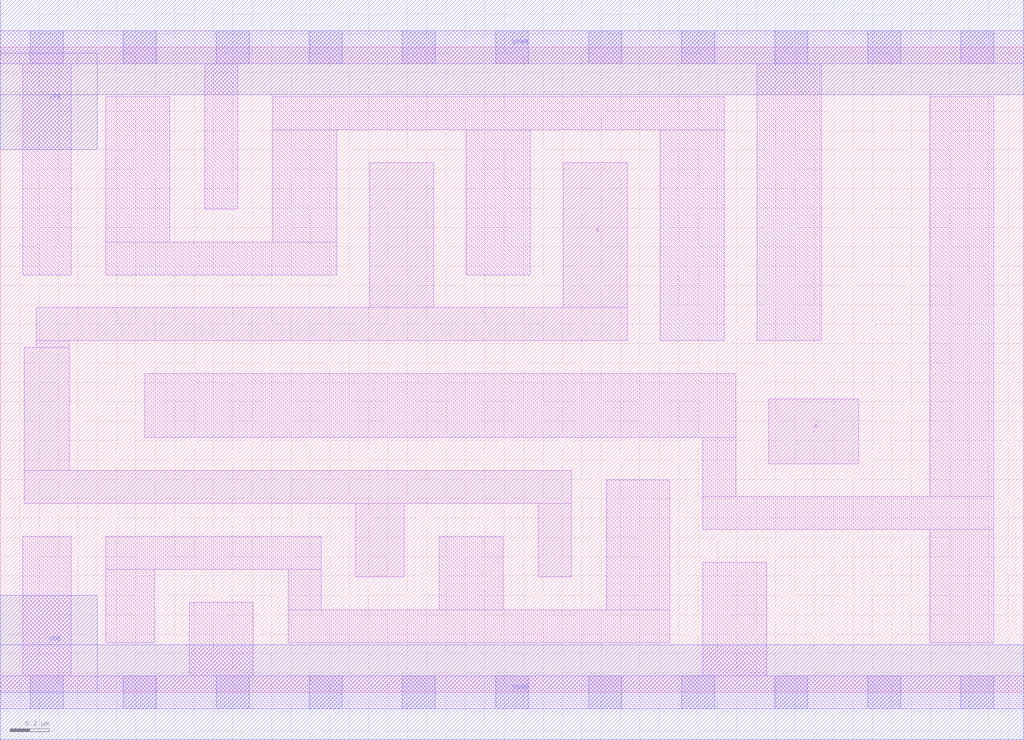
<source format=lef>
# Copyright 2020 The SkyWater PDK Authors
#
# Licensed under the Apache License, Version 2.0 (the "License");
# you may not use this file except in compliance with the License.
# You may obtain a copy of the License at
#
#     https://www.apache.org/licenses/LICENSE-2.0
#
# Unless required by applicable law or agreed to in writing, software
# distributed under the License is distributed on an "AS IS" BASIS,
# WITHOUT WARRANTIES OR CONDITIONS OF ANY KIND, either express or implied.
# See the License for the specific language governing permissions and
# limitations under the License.
#
# SPDX-License-Identifier: Apache-2.0

VERSION 5.5 ;
NAMESCASESENSITIVE ON ;
BUSBITCHARS "[]" ;
DIVIDERCHAR "/" ;
MACRO sky130_fd_sc_lp__buflp_4
  CLASS CORE ;
  SOURCE USER ;
  ORIGIN  0.000000  0.000000 ;
  SIZE  5.280000 BY  3.330000 ;
  SYMMETRY X Y R90 ;
  SITE unit ;
  PIN A
    ANTENNAGATEAREA  0.630000 ;
    DIRECTION INPUT ;
    USE SIGNAL ;
    PORT
      LAYER li1 ;
        RECT 3.965000 1.180000 4.430000 1.515000 ;
    END
  END A
  PIN X
    ANTENNADIFFAREA  1.352400 ;
    DIRECTION OUTPUT ;
    USE SIGNAL ;
    PORT
      LAYER li1 ;
        RECT 0.125000 0.975000 2.945000 1.145000 ;
        RECT 0.125000 1.145000 0.355000 1.780000 ;
        RECT 0.185000 1.780000 0.355000 1.815000 ;
        RECT 0.185000 1.815000 3.235000 1.985000 ;
        RECT 1.835000 0.595000 2.085000 0.975000 ;
        RECT 1.905000 1.985000 2.235000 2.735000 ;
        RECT 2.775000 0.595000 2.945000 0.975000 ;
        RECT 2.905000 1.985000 3.235000 2.735000 ;
    END
  END X
  PIN VGND
    DIRECTION INOUT ;
    USE GROUND ;
    PORT
      LAYER met1 ;
        RECT 0.000000 -0.245000 5.280000 0.245000 ;
    END
  END VGND
  PIN VNB
    DIRECTION INOUT ;
    USE GROUND ;
    PORT
      LAYER met1 ;
        RECT 0.000000 0.000000 0.500000 0.500000 ;
    END
  END VNB
  PIN VPB
    DIRECTION INOUT ;
    USE POWER ;
    PORT
      LAYER met1 ;
        RECT 0.000000 2.800000 0.500000 3.300000 ;
    END
  END VPB
  PIN VPWR
    DIRECTION INOUT ;
    USE POWER ;
    PORT
      LAYER met1 ;
        RECT 0.000000 3.085000 5.280000 3.575000 ;
    END
  END VPWR
  OBS
    LAYER li1 ;
      RECT 0.000000 -0.085000 5.280000 0.085000 ;
      RECT 0.000000  3.245000 5.280000 3.415000 ;
      RECT 0.115000  0.085000 0.365000 0.805000 ;
      RECT 0.115000  2.155000 0.365000 3.245000 ;
      RECT 0.545000  0.255000 0.795000 0.635000 ;
      RECT 0.545000  0.635000 1.655000 0.805000 ;
      RECT 0.545000  2.155000 1.735000 2.325000 ;
      RECT 0.545000  2.325000 0.875000 3.075000 ;
      RECT 0.745000  1.315000 3.795000 1.645000 ;
      RECT 0.975000  0.085000 1.305000 0.465000 ;
      RECT 1.055000  2.495000 1.225000 3.245000 ;
      RECT 1.405000  2.325000 1.735000 2.905000 ;
      RECT 1.405000  2.905000 3.735000 3.075000 ;
      RECT 1.485000  0.255000 3.455000 0.425000 ;
      RECT 1.485000  0.425000 1.655000 0.635000 ;
      RECT 2.265000  0.425000 2.595000 0.805000 ;
      RECT 2.405000  2.155000 2.735000 2.905000 ;
      RECT 3.125000  0.425000 3.455000 1.095000 ;
      RECT 3.405000  1.815000 3.735000 2.905000 ;
      RECT 3.625000  0.085000 3.955000 0.670000 ;
      RECT 3.625000  0.840000 5.125000 1.010000 ;
      RECT 3.625000  1.010000 3.795000 1.315000 ;
      RECT 3.905000  1.815000 4.235000 3.245000 ;
      RECT 4.795000  0.255000 5.125000 0.840000 ;
      RECT 4.795000  1.010000 5.125000 3.075000 ;
    LAYER mcon ;
      RECT 0.155000 -0.085000 0.325000 0.085000 ;
      RECT 0.155000  3.245000 0.325000 3.415000 ;
      RECT 0.635000 -0.085000 0.805000 0.085000 ;
      RECT 0.635000  3.245000 0.805000 3.415000 ;
      RECT 1.115000 -0.085000 1.285000 0.085000 ;
      RECT 1.115000  3.245000 1.285000 3.415000 ;
      RECT 1.595000 -0.085000 1.765000 0.085000 ;
      RECT 1.595000  3.245000 1.765000 3.415000 ;
      RECT 2.075000 -0.085000 2.245000 0.085000 ;
      RECT 2.075000  3.245000 2.245000 3.415000 ;
      RECT 2.555000 -0.085000 2.725000 0.085000 ;
      RECT 2.555000  3.245000 2.725000 3.415000 ;
      RECT 3.035000 -0.085000 3.205000 0.085000 ;
      RECT 3.035000  3.245000 3.205000 3.415000 ;
      RECT 3.515000 -0.085000 3.685000 0.085000 ;
      RECT 3.515000  3.245000 3.685000 3.415000 ;
      RECT 3.995000 -0.085000 4.165000 0.085000 ;
      RECT 3.995000  3.245000 4.165000 3.415000 ;
      RECT 4.475000 -0.085000 4.645000 0.085000 ;
      RECT 4.475000  3.245000 4.645000 3.415000 ;
      RECT 4.955000 -0.085000 5.125000 0.085000 ;
      RECT 4.955000  3.245000 5.125000 3.415000 ;
  END
END sky130_fd_sc_lp__buflp_4
END LIBRARY

</source>
